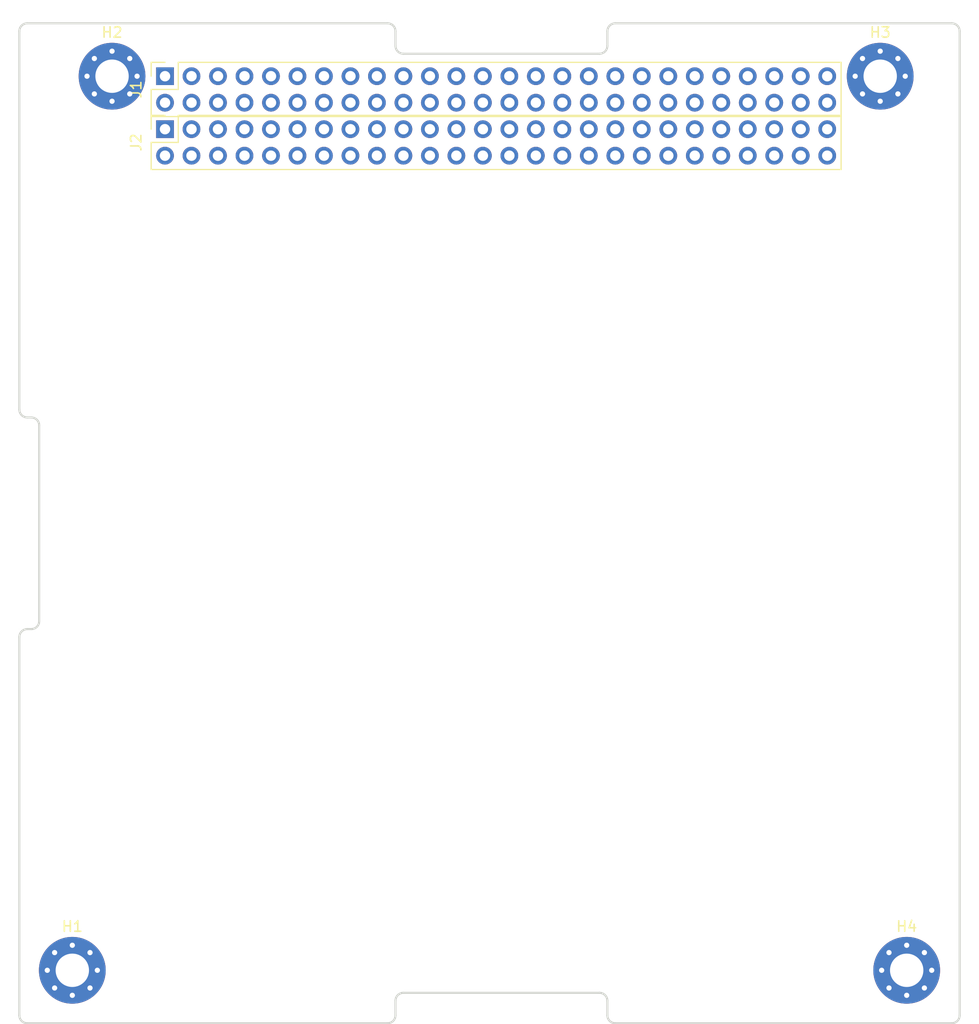
<source format=kicad_pcb>
(kicad_pcb (version 20240108) (generator "pcbnew") (generator_version "8.0")
  (layers (0 "F.Cu" signal) (1 "In1.Cu" signal) (2 "In2.Cu" signal) (3 "In3.Cu" signal) (4 "In4.Cu" signal) (31 "B.Cu" signal) (34 "B.Paste" user) (35 "F.Paste" user) (36 "B.SilkS" user "B.Silkscreen") (37 "F.SilkS" user "F.Silkscreen") (38 "B.Mask" user) (39 "F.Mask" user) (44 "Edge.Cuts" user))
  (net 0 "")
  (net 105 "GND")
  (footprint "Connector_PinSocket_2.54mm:PinSocket_2x26_P2.54mm_Vertical" (layer "F.Cu") (at 115.57 61.59 90)
    (property "Reference" "J1" (at -1.27 -2.77 90) (layer "F.SilkS"))
    (property "Value" "Conn_02x26_Odd_Even")
    (fp_line (start 1.33 -1.33) (end 1.33 0) (stroke (width 0.12)) (layer "F.SilkS"))
    (fp_line (start 0 -1.33) (end 1.33 -1.33) (stroke (width 0.12)) (layer "F.SilkS"))
    (fp_line (start -1.27 -1.33) (end -1.27 1.27) (stroke (width 0.12)) (layer "F.SilkS"))
    (fp_line (start -3.87 -1.33) (end -1.27 -1.33) (stroke (width 0.12)) (layer "F.SilkS"))
    (fp_line (start -3.87 -1.33) (end -3.87 64.83) (stroke (width 0.12)) (layer "F.SilkS"))
    (fp_line (start 1.33 1.27) (end 1.33 64.83) (stroke (width 0.12)) (layer "F.SilkS"))
    (fp_line (start -1.27 1.27) (end 1.33 1.27) (stroke (width 0.12)) (layer "F.SilkS"))
    (fp_line (start -3.87 64.83) (end 1.33 64.83) (stroke (width 0.12)) (layer "F.SilkS"))
    (pad "1" thru_hole rect (at 0 0 90) (size 1.7 1.7) (drill 1) (layers "*.Cu" "*.Mask"))
    (pad "2" thru_hole oval (at -2.54 0 90) (size 1.7 1.7) (drill 1) (layers "*.Cu" "*.Mask"))
    (pad "3" thru_hole oval (at 0 2.54 90) (size 1.7 1.7) (drill 1) (layers "*.Cu" "*.Mask"))
    (pad "4" thru_hole oval (at -2.54 2.54 90) (size 1.7 1.7) (drill 1) (layers "*.Cu" "*.Mask"))
    (pad "5" thru_hole oval (at 0 5.08 90) (size 1.7 1.7) (drill 1) (layers "*.Cu" "*.Mask"))
    (pad "6" thru_hole oval (at -2.54 5.08 90) (size 1.7 1.7) (drill 1) (layers "*.Cu" "*.Mask"))
    (pad "7" thru_hole oval (at 0 7.62 90) (size 1.7 1.7) (drill 1) (layers "*.Cu" "*.Mask"))
    (pad "8" thru_hole oval (at -2.54 7.62 90) (size 1.7 1.7) (drill 1) (layers "*.Cu" "*.Mask"))
    (pad "9" thru_hole oval (at 0 10.16 90) (size 1.7 1.7) (drill 1) (layers "*.Cu" "*.Mask"))
    (pad "10" thru_hole oval (at -2.54 10.16 90) (size 1.7 1.7) (drill 1) (layers "*.Cu" "*.Mask"))
    (pad "11" thru_hole oval (at 0 12.7 90) (size 1.7 1.7) (drill 1) (layers "*.Cu" "*.Mask"))
    (pad "12" thru_hole oval (at -2.54 12.7 90) (size 1.7 1.7) (drill 1) (layers "*.Cu" "*.Mask"))
    (pad "13" thru_hole oval (at 0 15.24 90) (size 1.7 1.7) (drill 1) (layers "*.Cu" "*.Mask"))
    (pad "14" thru_hole oval (at -2.54 15.24 90) (size 1.7 1.7) (drill 1) (layers "*.Cu" "*.Mask"))
    (pad "15" thru_hole oval (at 0 17.78 90) (size 1.7 1.7) (drill 1) (layers "*.Cu" "*.Mask"))
    (pad "16" thru_hole oval (at -2.54 17.78 90) (size 1.7 1.7) (drill 1) (layers "*.Cu" "*.Mask"))
    (pad "17" thru_hole oval (at 0 20.32 90) (size 1.7 1.7) (drill 1) (layers "*.Cu" "*.Mask"))
    (pad "18" thru_hole oval (at -2.54 20.32 90) (size 1.7 1.7) (drill 1) (layers "*.Cu" "*.Mask"))
    (pad "19" thru_hole oval (at 0 22.86 90) (size 1.7 1.7) (drill 1) (layers "*.Cu" "*.Mask"))
    (pad "20" thru_hole oval (at -2.54 22.86 90) (size 1.7 1.7) (drill 1) (layers "*.Cu" "*.Mask"))
    (pad "21" thru_hole oval (at 0 25.4 90) (size 1.7 1.7) (drill 1) (layers "*.Cu" "*.Mask"))
    (pad "22" thru_hole oval (at -2.54 25.4 90) (size 1.7 1.7) (drill 1) (layers "*.Cu" "*.Mask"))
    (pad "23" thru_hole oval (at 0 27.94 90) (size 1.7 1.7) (drill 1) (layers "*.Cu" "*.Mask"))
    (pad "24" thru_hole oval (at -2.54 27.94 90) (size 1.7 1.7) (drill 1) (layers "*.Cu" "*.Mask"))
    (pad "25" thru_hole oval (at 0 30.48 90) (size 1.7 1.7) (drill 1) (layers "*.Cu" "*.Mask"))
    (pad "26" thru_hole oval (at -2.54 30.48 90) (size 1.7 1.7) (drill 1) (layers "*.Cu" "*.Mask"))
    (pad "27" thru_hole oval (at 0 33.02 90) (size 1.7 1.7) (drill 1) (layers "*.Cu" "*.Mask"))
    (pad "28" thru_hole oval (at -2.54 33.02 90) (size 1.7 1.7) (drill 1) (layers "*.Cu" "*.Mask"))
    (pad "29" thru_hole oval (at 0 35.56 90) (size 1.7 1.7) (drill 1) (layers "*.Cu" "*.Mask"))
    (pad "30" thru_hole oval (at -2.54 35.56 90) (size 1.7 1.7) (drill 1) (layers "*.Cu" "*.Mask"))
    (pad "31" thru_hole oval (at 0 38.1 90) (size 1.7 1.7) (drill 1) (layers "*.Cu" "*.Mask"))
    (pad "32" thru_hole oval (at -2.54 38.1 90) (size 1.7 1.7) (drill 1) (layers "*.Cu" "*.Mask"))
    (pad "33" thru_hole oval (at 0 40.64 90) (size 1.7 1.7) (drill 1) (layers "*.Cu" "*.Mask"))
    (pad "34" thru_hole oval (at -2.54 40.64 90) (size 1.7 1.7) (drill 1) (layers "*.Cu" "*.Mask"))
    (pad "35" thru_hole oval (at 0 43.18 90) (size 1.7 1.7) (drill 1) (layers "*.Cu" "*.Mask"))
    (pad "36" thru_hole oval (at -2.54 43.18 90) (size 1.7 1.7) (drill 1) (layers "*.Cu" "*.Mask"))
    (pad "37" thru_hole oval (at 0 45.72 90) (size 1.7 1.7) (drill 1) (layers "*.Cu" "*.Mask"))
    (pad "38" thru_hole oval (at -2.54 45.72 90) (size 1.7 1.7) (drill 1) (layers "*.Cu" "*.Mask"))
    (pad "39" thru_hole oval (at 0 48.26 90) (size 1.7 1.7) (drill 1) (layers "*.Cu" "*.Mask"))
    (pad "40" thru_hole oval (at -2.54 48.26 90) (size 1.7 1.7) (drill 1) (layers "*.Cu" "*.Mask"))
    (pad "41" thru_hole oval (at 0 50.8 90) (size 1.7 1.7) (drill 1) (layers "*.Cu" "*.Mask"))
    (pad "42" thru_hole oval (at -2.54 50.8 90) (size 1.7 1.7) (drill 1) (layers "*.Cu" "*.Mask"))
    (pad "43" thru_hole oval (at 0 53.34 90) (size 1.7 1.7) (drill 1) (layers "*.Cu" "*.Mask"))
    (pad "44" thru_hole oval (at -2.54 53.34 90) (size 1.7 1.7) (drill 1) (layers "*.Cu" "*.Mask"))
    (pad "45" thru_hole oval (at 0 55.88 90) (size 1.7 1.7) (drill 1) (layers "*.Cu" "*.Mask"))
    (pad "46" thru_hole oval (at -2.54 55.88 90) (size 1.7 1.7) (drill 1) (layers "*.Cu" "*.Mask"))
    (pad "47" thru_hole oval (at 0 58.42 90) (size 1.7 1.7) (drill 1) (layers "*.Cu" "*.Mask"))
    (pad "48" thru_hole oval (at -2.54 58.42 90) (size 1.7 1.7) (drill 1) (layers "*.Cu" "*.Mask"))
    (pad "49" thru_hole oval (at 0 60.96 90) (size 1.7 1.7) (drill 1) (layers "*.Cu" "*.Mask"))
    (pad "50" thru_hole oval (at -2.54 60.96 90) (size 1.7 1.7) (drill 1) (layers "*.Cu" "*.Mask"))
    (pad "51" thru_hole oval (at 0 63.5 90) (size 1.7 1.7) (drill 1) (layers "*.Cu" "*.Mask"))
    (pad "52" thru_hole oval (at -2.54 63.5 90) (size 1.7 1.7) (drill 1) (layers "*.Cu" "*.Mask"))
  )
  (footprint "MountingHole:MountingHole_3.2mm_M3_Pad_Via" (layer "F.Cu") (at 184.15 61.59)
    (property "Reference" "H3" (at 0 -4.2 0) (layer "F.SilkS"))
    (property "Value" "MountingHole_Pad")
    (pad "1" thru_hole circle (at -2.4 0) (size 0.8 0.8) (drill 0.5) (layers "*.Cu" "*.Mask") (net 105 "GND"))
    (pad "1" thru_hole circle (at -1.697056 -1.697056) (size 0.8 0.8) (drill 0.5) (layers "*.Cu" "*.Mask") (net 105 "GND"))
    (pad "1" thru_hole circle (at -1.697056 1.697056) (size 0.8 0.8) (drill 0.5) (layers "*.Cu" "*.Mask") (net 105 "GND"))
    (pad "1" thru_hole circle (at 0 -2.4) (size 0.8 0.8) (drill 0.5) (layers "*.Cu" "*.Mask") (net 105 "GND"))
    (pad "1" thru_hole circle (at 0 0) (size 6.4 6.4) (drill 3.2) (layers "*.Cu" "*.Mask") (net 105 "GND"))
    (pad "1" thru_hole circle (at 0 2.4) (size 0.8 0.8) (drill 0.5) (layers "*.Cu" "*.Mask") (net 105 "GND"))
    (pad "1" thru_hole circle (at 1.697056 -1.697056) (size 0.8 0.8) (drill 0.5) (layers "*.Cu" "*.Mask") (net 105 "GND"))
    (pad "1" thru_hole circle (at 1.697056 1.697056) (size 0.8 0.8) (drill 0.5) (layers "*.Cu" "*.Mask") (net 105 "GND"))
    (pad "1" thru_hole circle (at 2.4 0) (size 0.8 0.8) (drill 0.5) (layers "*.Cu" "*.Mask") (net 105 "GND"))
  )
  (footprint "MountingHole:MountingHole_3.2mm_M3_Pad_Via" (layer "F.Cu") (at 186.69 147.32)
    (property "Reference" "H4" (at 0 -4.2 0) (layer "F.SilkS"))
    (property "Value" "MountingHole_Pad")
    (pad "1" thru_hole circle (at -2.4 0) (size 0.8 0.8) (drill 0.5) (layers "*.Cu" "*.Mask") (net 105 "GND"))
    (pad "1" thru_hole circle (at -1.697056 -1.697056) (size 0.8 0.8) (drill 0.5) (layers "*.Cu" "*.Mask") (net 105 "GND"))
    (pad "1" thru_hole circle (at -1.697056 1.697056) (size 0.8 0.8) (drill 0.5) (layers "*.Cu" "*.Mask") (net 105 "GND"))
    (pad "1" thru_hole circle (at 0 -2.4) (size 0.8 0.8) (drill 0.5) (layers "*.Cu" "*.Mask") (net 105 "GND"))
    (pad "1" thru_hole circle (at 0 0) (size 6.4 6.4) (drill 3.2) (layers "*.Cu" "*.Mask") (net 105 "GND"))
    (pad "1" thru_hole circle (at 0 2.4) (size 0.8 0.8) (drill 0.5) (layers "*.Cu" "*.Mask") (net 105 "GND"))
    (pad "1" thru_hole circle (at 1.697056 -1.697056) (size 0.8 0.8) (drill 0.5) (layers "*.Cu" "*.Mask") (net 105 "GND"))
    (pad "1" thru_hole circle (at 1.697056 1.697056) (size 0.8 0.8) (drill 0.5) (layers "*.Cu" "*.Mask") (net 105 "GND"))
    (pad "1" thru_hole circle (at 2.4 0) (size 0.8 0.8) (drill 0.5) (layers "*.Cu" "*.Mask") (net 105 "GND"))
  )
  (footprint "MountingHole:MountingHole_3.2mm_M3_Pad_Via" (layer "F.Cu") (at 106.68 147.32)
    (property "Reference" "H1" (at 0 -4.2 0) (layer "F.SilkS"))
    (property "Value" "MountingHole_Pad")
    (pad "1" thru_hole circle (at -2.4 0) (size 0.8 0.8) (drill 0.5) (layers "*.Cu" "*.Mask") (net 105 "GND"))
    (pad "1" thru_hole circle (at -1.697056 -1.697056) (size 0.8 0.8) (drill 0.5) (layers "*.Cu" "*.Mask") (net 105 "GND"))
    (pad "1" thru_hole circle (at -1.697056 1.697056) (size 0.8 0.8) (drill 0.5) (layers "*.Cu" "*.Mask") (net 105 "GND"))
    (pad "1" thru_hole circle (at 0 -2.4) (size 0.8 0.8) (drill 0.5) (layers "*.Cu" "*.Mask") (net 105 "GND"))
    (pad "1" thru_hole circle (at 0 0) (size 6.4 6.4) (drill 3.2) (layers "*.Cu" "*.Mask") (net 105 "GND"))
    (pad "1" thru_hole circle (at 0 2.4) (size 0.8 0.8) (drill 0.5) (layers "*.Cu" "*.Mask") (net 105 "GND"))
    (pad "1" thru_hole circle (at 1.697056 -1.697056) (size 0.8 0.8) (drill 0.5) (layers "*.Cu" "*.Mask") (net 105 "GND"))
    (pad "1" thru_hole circle (at 1.697056 1.697056) (size 0.8 0.8) (drill 0.5) (layers "*.Cu" "*.Mask") (net 105 "GND"))
    (pad "1" thru_hole circle (at 2.4 0) (size 0.8 0.8) (drill 0.5) (layers "*.Cu" "*.Mask") (net 105 "GND"))
  )
  (footprint "Connector_PinSocket_2.54mm:PinSocket_2x26_P2.54mm_Vertical" (layer "F.Cu") (at 115.57 66.67 90)
    (property "Reference" "J2" (at -1.27 -2.77 90) (layer "F.SilkS"))
    (property "Value" "Conn_02x26_Odd_Even")
    (fp_line (start 1.33 -1.33) (end 1.33 0) (stroke (width 0.12)) (layer "F.SilkS"))
    (fp_line (start 0 -1.33) (end 1.33 -1.33) (stroke (width 0.12)) (layer "F.SilkS"))
    (fp_line (start -1.27 -1.33) (end -1.27 1.27) (stroke (width 0.12)) (layer "F.SilkS"))
    (fp_line (start -3.87 -1.33) (end -1.27 -1.33) (stroke (width 0.12)) (layer "F.SilkS"))
    (fp_line (start -3.87 -1.33) (end -3.87 64.83) (stroke (width 0.12)) (layer "F.SilkS"))
    (fp_line (start 1.33 1.27) (end 1.33 64.83) (stroke (width 0.12)) (layer "F.SilkS"))
    (fp_line (start -1.27 1.27) (end 1.33 1.27) (stroke (width 0.12)) (layer "F.SilkS"))
    (fp_line (start -3.87 64.83) (end 1.33 64.83) (stroke (width 0.12)) (layer "F.SilkS"))
    (pad "1" thru_hole rect (at 0 0 90) (size 1.7 1.7) (drill 1) (layers "*.Cu" "*.Mask"))
    (pad "2" thru_hole oval (at -2.54 0 90) (size 1.7 1.7) (drill 1) (layers "*.Cu" "*.Mask"))
    (pad "3" thru_hole oval (at 0 2.54 90) (size 1.7 1.7) (drill 1) (layers "*.Cu" "*.Mask"))
    (pad "4" thru_hole oval (at -2.54 2.54 90) (size 1.7 1.7) (drill 1) (layers "*.Cu" "*.Mask"))
    (pad "5" thru_hole oval (at 0 5.08 90) (size 1.7 1.7) (drill 1) (layers "*.Cu" "*.Mask"))
    (pad "6" thru_hole oval (at -2.54 5.08 90) (size 1.7 1.7) (drill 1) (layers "*.Cu" "*.Mask"))
    (pad "7" thru_hole oval (at 0 7.62 90) (size 1.7 1.7) (drill 1) (layers "*.Cu" "*.Mask"))
    (pad "8" thru_hole oval (at -2.54 7.62 90) (size 1.7 1.7) (drill 1) (layers "*.Cu" "*.Mask"))
    (pad "9" thru_hole oval (at 0 10.16 90) (size 1.7 1.7) (drill 1) (layers "*.Cu" "*.Mask"))
    (pad "10" thru_hole oval (at -2.54 10.16 90) (size 1.7 1.7) (drill 1) (layers "*.Cu" "*.Mask"))
    (pad "11" thru_hole oval (at 0 12.7 90) (size 1.7 1.7) (drill 1) (layers "*.Cu" "*.Mask"))
    (pad "12" thru_hole oval (at -2.54 12.7 90) (size 1.7 1.7) (drill 1) (layers "*.Cu" "*.Mask"))
    (pad "13" thru_hole oval (at 0 15.24 90) (size 1.7 1.7) (drill 1) (layers "*.Cu" "*.Mask"))
    (pad "14" thru_hole oval (at -2.54 15.24 90) (size 1.7 1.7) (drill 1) (layers "*.Cu" "*.Mask"))
    (pad "15" thru_hole oval (at 0 17.78 90) (size 1.7 1.7) (drill 1) (layers "*.Cu" "*.Mask"))
    (pad "16" thru_hole oval (at -2.54 17.78 90) (size 1.7 1.7) (drill 1) (layers "*.Cu" "*.Mask"))
    (pad "17" thru_hole oval (at 0 20.32 90) (size 1.7 1.7) (drill 1) (layers "*.Cu" "*.Mask"))
    (pad "18" thru_hole oval (at -2.54 20.32 90) (size 1.7 1.7) (drill 1) (layers "*.Cu" "*.Mask"))
    (pad "19" thru_hole oval (at 0 22.86 90) (size 1.7 1.7) (drill 1) (layers "*.Cu" "*.Mask"))
    (pad "20" thru_hole oval (at -2.54 22.86 90) (size 1.7 1.7) (drill 1) (layers "*.Cu" "*.Mask"))
    (pad "21" thru_hole oval (at 0 25.4 90) (size 1.7 1.7) (drill 1) (layers "*.Cu" "*.Mask"))
    (pad "22" thru_hole oval (at -2.54 25.4 90) (size 1.7 1.7) (drill 1) (layers "*.Cu" "*.Mask"))
    (pad "23" thru_hole oval (at 0 27.94 90) (size 1.7 1.7) (drill 1) (layers "*.Cu" "*.Mask"))
    (pad "24" thru_hole oval (at -2.54 27.94 90) (size 1.7 1.7) (drill 1) (layers "*.Cu" "*.Mask"))
    (pad "25" thru_hole oval (at 0 30.48 90) (size 1.7 1.7) (drill 1) (layers "*.Cu" "*.Mask"))
    (pad "26" thru_hole oval (at -2.54 30.48 90) (size 1.7 1.7) (drill 1) (layers "*.Cu" "*.Mask"))
    (pad "27" thru_hole oval (at 0 33.02 90) (size 1.7 1.7) (drill 1) (layers "*.Cu" "*.Mask"))
    (pad "28" thru_hole oval (at -2.54 33.02 90) (size 1.7 1.7) (drill 1) (layers "*.Cu" "*.Mask"))
    (pad "29" thru_hole oval (at 0 35.56 90) (size 1.7 1.7) (drill 1) (layers "*.Cu" "*.Mask"))
    (pad "30" thru_hole oval (at -2.54 35.56 90) (size 1.7 1.7) (drill 1) (layers "*.Cu" "*.Mask"))
    (pad "31" thru_hole oval (at 0 38.1 90) (size 1.7 1.7) (drill 1) (layers "*.Cu" "*.Mask"))
    (pad "32" thru_hole oval (at -2.54 38.1 90) (size 1.7 1.7) (drill 1) (layers "*.Cu" "*.Mask"))
    (pad "33" thru_hole oval (at 0 40.64 90) (size 1.7 1.7) (drill 1) (layers "*.Cu" "*.Mask"))
    (pad "34" thru_hole oval (at -2.54 40.64 90) (size 1.7 1.7) (drill 1) (layers "*.Cu" "*.Mask"))
    (pad "35" thru_hole oval (at 0 43.18 90) (size 1.7 1.7) (drill 1) (layers "*.Cu" "*.Mask"))
    (pad "36" thru_hole oval (at -2.54 43.18 90) (size 1.7 1.7) (drill 1) (layers "*.Cu" "*.Mask"))
    (pad "37" thru_hole oval (at 0 45.72 90) (size 1.7 1.7) (drill 1) (layers "*.Cu" "*.Mask"))
    (pad "38" thru_hole oval (at -2.54 45.72 90) (size 1.7 1.7) (drill 1) (layers "*.Cu" "*.Mask"))
    (pad "39" thru_hole oval (at 0 48.26 90) (size 1.7 1.7) (drill 1) (layers "*.Cu" "*.Mask"))
    (pad "40" thru_hole oval (at -2.54 48.26 90) (size 1.7 1.7) (drill 1) (layers "*.Cu" "*.Mask"))
    (pad "41" thru_hole oval (at 0 50.8 90) (size 1.7 1.7) (drill 1) (layers "*.Cu" "*.Mask"))
    (pad "42" thru_hole oval (at -2.54 50.8 90) (size 1.7 1.7) (drill 1) (layers "*.Cu" "*.Mask"))
    (pad "43" thru_hole oval (at 0 53.34 90) (size 1.7 1.7) (drill 1) (layers "*.Cu" "*.Mask"))
    (pad "44" thru_hole oval (at -2.54 53.34 90) (size 1.7 1.7) (drill 1) (layers "*.Cu" "*.Mask"))
    (pad "45" thru_hole oval (at 0 55.88 90) (size 1.7 1.7) (drill 1) (layers "*.Cu" "*.Mask"))
    (pad "46" thru_hole oval (at -2.54 55.88 90) (size 1.7 1.7) (drill 1) (layers "*.Cu" "*.Mask"))
    (pad "47" thru_hole oval (at 0 58.42 90) (size 1.7 1.7) (drill 1) (layers "*.Cu" "*.Mask"))
    (pad "48" thru_hole oval (at -2.54 58.42 90) (size 1.7 1.7) (drill 1) (layers "*.Cu" "*.Mask"))
    (pad "49" thru_hole oval (at 0 60.96 90) (size 1.7 1.7) (drill 1) (layers "*.Cu" "*.Mask"))
    (pad "50" thru_hole oval (at -2.54 60.96 90) (size 1.7 1.7) (drill 1) (layers "*.Cu" "*.Mask"))
    (pad "51" thru_hole oval (at 0 63.5 90) (size 1.7 1.7) (drill 1) (layers "*.Cu" "*.Mask"))
    (pad "52" thru_hole oval (at -2.54 63.5 90) (size 1.7 1.7) (drill 1) (layers "*.Cu" "*.Mask"))
  )
  (footprint "MountingHole:MountingHole_3.2mm_M3_Pad_Via" (layer "F.Cu") (at 110.49 61.59)
    (property "Reference" "H2" (at 0 -4.2 0) (layer "F.SilkS"))
    (property "Value" "MountingHole_Pad")
    (pad "1" thru_hole circle (at -2.4 0) (size 0.8 0.8) (drill 0.5) (layers "*.Cu" "*.Mask") (net 105 "GND"))
    (pad "1" thru_hole circle (at -1.697056 -1.697056) (size 0.8 0.8) (drill 0.5) (layers "*.Cu" "*.Mask") (net 105 "GND"))
    (pad "1" thru_hole circle (at -1.697056 1.697056) (size 0.8 0.8) (drill 0.5) (layers "*.Cu" "*.Mask") (net 105 "GND"))
    (pad "1" thru_hole circle (at 0 -2.4) (size 0.8 0.8) (drill 0.5) (layers "*.Cu" "*.Mask") (net 105 "GND"))
    (pad "1" thru_hole circle (at 0 0) (size 6.4 6.4) (drill 3.2) (layers "*.Cu" "*.Mask") (net 105 "GND"))
    (pad "1" thru_hole circle (at 0 2.4) (size 0.8 0.8) (drill 0.5) (layers "*.Cu" "*.Mask") (net 105 "GND"))
    (pad "1" thru_hole circle (at 1.697056 -1.697056) (size 0.8 0.8) (drill 0.5) (layers "*.Cu" "*.Mask") (net 105 "GND"))
    (pad "1" thru_hole circle (at 1.697056 1.697056) (size 0.8 0.8) (drill 0.5) (layers "*.Cu" "*.Mask") (net 105 "GND"))
    (pad "1" thru_hole circle (at 2.4 0) (size 0.8 0.8) (drill 0.5) (layers "*.Cu" "*.Mask") (net 105 "GND"))
  )
  (gr_line (start 102.743 94.3102) (end 102.362 94.3102) (stroke (width 0.2)) (layer "Edge.Cuts"))
  (gr_arc (start 138.43 59.436) (mid 137.891185 59.212815) (end 137.668 58.674) (stroke (width 0.2)) (layer "Edge.Cuts"))
  (gr_circle (center 101.6 152.4) (end 101.61 152.4) (stroke (width 0.0001)) (fill solid) (layer "Edge.Cuts"))
  (gr_arc (start 103.505 113.8428) (mid 103.281815 114.381615) (end 102.743 114.6048) (stroke (width 0.2)) (layer "Edge.Cuts"))
  (gr_line (start 157.226 149.479) (end 138.43 149.479) (stroke (width 0.2)) (layer "Edge.Cuts"))
  (gr_line (start 191.77 57.277) (end 191.77 151.638) (stroke (width 0.2)) (layer "Edge.Cuts"))
  (gr_line (start 158.75 56.515) (end 191.008 56.515) (stroke (width 0.2)) (layer "Edge.Cuts"))
  (gr_arc (start 101.6 57.277) (mid 101.823185 56.738185) (end 102.362 56.515) (stroke (width 0.2)) (layer "Edge.Cuts"))
  (gr_circle (center 137.668 56.515) (end 137.678 56.515) (stroke (width 0.0001)) (fill solid) (layer "Edge.Cuts"))
  (gr_line (start 191.008 152.4) (end 158.75 152.4) (stroke (width 0.2)) (layer "Edge.Cuts"))
  (gr_arc (start 191.77 151.638) (mid 191.546815 152.176815) (end 191.008 152.4) (stroke (width 0.2)) (layer "Edge.Cuts"))
  (gr_circle (center 101.6 114.6048) (end 101.61 114.6048) (stroke (width 0.0001)) (fill solid) (layer "Edge.Cuts"))
  (gr_circle (center 191.77 152.4) (end 191.78 152.4) (stroke (width 0.0001)) (fill solid) (layer "Edge.Cuts"))
  (gr_arc (start 158.75 152.4) (mid 158.211185 152.176815) (end 157.988 151.638) (stroke (width 0.2)) (layer "Edge.Cuts"))
  (gr_line (start 136.906 152.4) (end 102.362 152.4) (stroke (width 0.2)) (layer "Edge.Cuts"))
  (gr_line (start 137.668 150.241) (end 137.668 151.638) (stroke (width 0.2)) (layer "Edge.Cuts"))
  (gr_arc (start 102.743 94.3102) (mid 103.281815 94.533385) (end 103.505 95.0722) (stroke (width 0.2)) (layer "Edge.Cuts"))
  (gr_line (start 157.988 151.638) (end 157.988 150.241) (stroke (width 0.2)) (layer "Edge.Cuts"))
  (gr_arc (start 137.668 151.638) (mid 137.444815 152.176815) (end 136.906 152.4) (stroke (width 0.2)) (layer "Edge.Cuts"))
  (gr_circle (center 137.668 59.436) (end 137.678 59.436) (stroke (width 0.0001)) (fill solid) (layer "Edge.Cuts"))
  (gr_line (start 137.668 57.277) (end 137.668 58.674) (stroke (width 0.2)) (layer "Edge.Cuts"))
  (gr_circle (center 137.668 152.4) (end 137.678 152.4) (stroke (width 0.0001)) (fill solid) (layer "Edge.Cuts"))
  (gr_circle (center 101.6 56.515) (end 101.61 56.515) (stroke (width 0.0001)) (fill solid) (layer "Edge.Cuts"))
  (gr_arc (start 136.906 56.515) (mid 137.444815 56.738185) (end 137.668 57.277) (stroke (width 0.2)) (layer "Edge.Cuts"))
  (gr_arc (start 157.988 57.277) (mid 158.211185 56.738185) (end 158.75 56.515) (stroke (width 0.2)) (layer "Edge.Cuts"))
  (gr_line (start 157.988 58.674) (end 157.988 57.277) (stroke (width 0.2)) (layer "Edge.Cuts"))
  (gr_arc (start 157.226 149.479) (mid 157.764815 149.702185) (end 157.988 150.241) (stroke (width 0.2)) (layer "Edge.Cuts"))
  (gr_circle (center 157.988 56.515) (end 157.998 56.515) (stroke (width 0.0001)) (fill solid) (layer "Edge.Cuts"))
  (gr_arc (start 157.988 58.674) (mid 157.764815 59.212815) (end 157.226 59.436) (stroke (width 0.2)) (layer "Edge.Cuts"))
  (gr_line (start 102.362 56.515) (end 136.906 56.515) (stroke (width 0.2)) (layer "Edge.Cuts"))
  (gr_line (start 101.6 151.638) (end 101.6 115.3668) (stroke (width 0.2)) (layer "Edge.Cuts"))
  (gr_circle (center 101.6 94.3102) (end 101.61 94.3102) (stroke (width 0.0001)) (fill solid) (layer "Edge.Cuts"))
  (gr_line (start 103.505 113.8428) (end 103.505 95.0722) (stroke (width 0.2)) (layer "Edge.Cuts"))
  (gr_arc (start 102.362 152.4) (mid 101.823185 152.176815) (end 101.6 151.638) (stroke (width 0.2)) (layer "Edge.Cuts"))
  (gr_circle (center 103.505 94.3102) (end 103.515 94.3102) (stroke (width 0.0001)) (fill solid) (layer "Edge.Cuts"))
  (gr_line (start 101.6 93.5482) (end 101.6 57.277) (stroke (width 0.2)) (layer "Edge.Cuts"))
  (gr_circle (center 157.988 152.4) (end 157.998 152.4) (stroke (width 0.0001)) (fill solid) (layer "Edge.Cuts"))
  (gr_arc (start 101.6 115.3668) (mid 101.823185 114.827985) (end 102.362 114.6048) (stroke (width 0.2)) (layer "Edge.Cuts"))
  (gr_arc (start 102.362 94.3102) (mid 101.823185 94.087015) (end 101.6 93.5482) (stroke (width 0.2)) (layer "Edge.Cuts"))
  (gr_arc (start 137.668 150.241) (mid 137.891185 149.702185) (end 138.43 149.479) (stroke (width 0.2)) (layer "Edge.Cuts"))
  (gr_arc (start 191.008 56.515) (mid 191.546815 56.738185) (end 191.77 57.277) (stroke (width 0.2)) (layer "Edge.Cuts"))
  (gr_circle (center 157.988 149.479) (end 157.998 149.479) (stroke (width 0.0001)) (fill solid) (layer "Edge.Cuts"))
  (gr_line (start 138.43 59.436) (end 157.226 59.436) (stroke (width 0.2)) (layer "Edge.Cuts"))
  (gr_line (start 102.362 114.6048) (end 102.743 114.6048) (stroke (width 0.2)) (layer "Edge.Cuts"))
)
</source>
